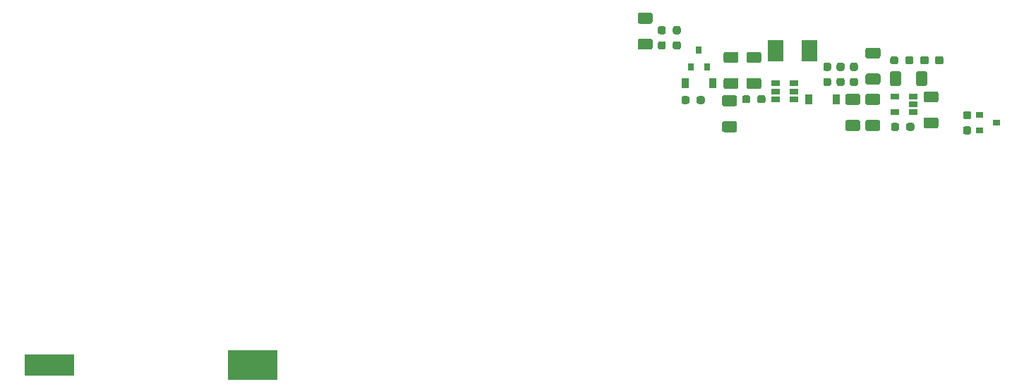
<source format=gbr>
%TF.GenerationSoftware,KiCad,Pcbnew,5.1.9*%
%TF.CreationDate,2021-01-24T16:08:06-08:00*%
%TF.ProjectId,TeensyDisplayShield,5465656e-7379-4446-9973-706c61795368,rev?*%
%TF.SameCoordinates,Original*%
%TF.FileFunction,Paste,Top*%
%TF.FilePolarity,Positive*%
%FSLAX46Y46*%
G04 Gerber Fmt 4.6, Leading zero omitted, Abs format (unit mm)*
G04 Created by KiCad (PCBNEW 5.1.9) date 2021-01-24 16:08:06*
%MOMM*%
%LPD*%
G01*
G04 APERTURE LIST*
%ADD10R,0.900000X1.200000*%
%ADD11R,1.060000X0.650000*%
%ADD12R,6.000000X2.600000*%
%ADD13R,6.000000X3.600000*%
%ADD14R,0.800000X0.900000*%
%ADD15R,1.900000X2.500000*%
%ADD16R,0.900000X0.800000*%
G04 APERTURE END LIST*
D10*
%TO.C,D2*%
X138500000Y-85580000D03*
X141800000Y-85580000D03*
%TD*%
%TO.C,D1*%
G36*
G01*
X167752000Y-82562500D02*
X167752000Y-83037500D01*
G75*
G02*
X167514500Y-83275000I-237500J0D01*
G01*
X166939500Y-83275000D01*
G75*
G02*
X166702000Y-83037500I0J237500D01*
G01*
X166702000Y-82562500D01*
G75*
G02*
X166939500Y-82325000I237500J0D01*
G01*
X167514500Y-82325000D01*
G75*
G02*
X167752000Y-82562500I0J-237500D01*
G01*
G37*
G36*
G01*
X169502000Y-82562500D02*
X169502000Y-83037500D01*
G75*
G02*
X169264500Y-83275000I-237500J0D01*
G01*
X168689500Y-83275000D01*
G75*
G02*
X168452000Y-83037500I0J237500D01*
G01*
X168452000Y-82562500D01*
G75*
G02*
X168689500Y-82325000I237500J0D01*
G01*
X169264500Y-82325000D01*
G75*
G02*
X169502000Y-82562500I0J-237500D01*
G01*
G37*
%TD*%
D11*
%TO.C,U1*%
X163702000Y-89050000D03*
X163702000Y-87150000D03*
X165902000Y-87150000D03*
X165902000Y-88100000D03*
X165902000Y-89050000D03*
%TD*%
%TO.C,R4*%
G36*
G01*
X146312500Y-87242500D02*
X146312500Y-87717500D01*
G75*
G02*
X146075000Y-87955000I-237500J0D01*
G01*
X145575000Y-87955000D01*
G75*
G02*
X145337500Y-87717500I0J237500D01*
G01*
X145337500Y-87242500D01*
G75*
G02*
X145575000Y-87005000I237500J0D01*
G01*
X146075000Y-87005000D01*
G75*
G02*
X146312500Y-87242500I0J-237500D01*
G01*
G37*
G36*
G01*
X148137500Y-87242500D02*
X148137500Y-87717500D01*
G75*
G02*
X147900000Y-87955000I-237500J0D01*
G01*
X147400000Y-87955000D01*
G75*
G02*
X147162500Y-87717500I0J237500D01*
G01*
X147162500Y-87242500D01*
G75*
G02*
X147400000Y-87005000I237500J0D01*
G01*
X147900000Y-87005000D01*
G75*
G02*
X148137500Y-87242500I0J-237500D01*
G01*
G37*
%TD*%
%TO.C,R5*%
G36*
G01*
X157387500Y-85892500D02*
X156912500Y-85892500D01*
G75*
G02*
X156675000Y-85655000I0J237500D01*
G01*
X156675000Y-85155000D01*
G75*
G02*
X156912500Y-84917500I237500J0D01*
G01*
X157387500Y-84917500D01*
G75*
G02*
X157625000Y-85155000I0J-237500D01*
G01*
X157625000Y-85655000D01*
G75*
G02*
X157387500Y-85892500I-237500J0D01*
G01*
G37*
G36*
G01*
X157387500Y-84067500D02*
X156912500Y-84067500D01*
G75*
G02*
X156675000Y-83830000I0J237500D01*
G01*
X156675000Y-83330000D01*
G75*
G02*
X156912500Y-83092500I237500J0D01*
G01*
X157387500Y-83092500D01*
G75*
G02*
X157625000Y-83330000I0J-237500D01*
G01*
X157625000Y-83830000D01*
G75*
G02*
X157387500Y-84067500I-237500J0D01*
G01*
G37*
%TD*%
%TO.C,R6*%
G36*
G01*
X155787500Y-84067500D02*
X155312500Y-84067500D01*
G75*
G02*
X155075000Y-83830000I0J237500D01*
G01*
X155075000Y-83330000D01*
G75*
G02*
X155312500Y-83092500I237500J0D01*
G01*
X155787500Y-83092500D01*
G75*
G02*
X156025000Y-83330000I0J-237500D01*
G01*
X156025000Y-83830000D01*
G75*
G02*
X155787500Y-84067500I-237500J0D01*
G01*
G37*
G36*
G01*
X155787500Y-85892500D02*
X155312500Y-85892500D01*
G75*
G02*
X155075000Y-85655000I0J237500D01*
G01*
X155075000Y-85155000D01*
G75*
G02*
X155312500Y-84917500I237500J0D01*
G01*
X155787500Y-84917500D01*
G75*
G02*
X156025000Y-85155000I0J-237500D01*
G01*
X156025000Y-85655000D01*
G75*
G02*
X155787500Y-85892500I-237500J0D01*
G01*
G37*
%TD*%
%TO.C,R7*%
G36*
G01*
X158987500Y-85892500D02*
X158512500Y-85892500D01*
G75*
G02*
X158275000Y-85655000I0J237500D01*
G01*
X158275000Y-85155000D01*
G75*
G02*
X158512500Y-84917500I237500J0D01*
G01*
X158987500Y-84917500D01*
G75*
G02*
X159225000Y-85155000I0J-237500D01*
G01*
X159225000Y-85655000D01*
G75*
G02*
X158987500Y-85892500I-237500J0D01*
G01*
G37*
G36*
G01*
X158987500Y-84067500D02*
X158512500Y-84067500D01*
G75*
G02*
X158275000Y-83830000I0J237500D01*
G01*
X158275000Y-83330000D01*
G75*
G02*
X158512500Y-83092500I237500J0D01*
G01*
X158987500Y-83092500D01*
G75*
G02*
X159225000Y-83330000I0J-237500D01*
G01*
X159225000Y-83830000D01*
G75*
G02*
X158987500Y-84067500I-237500J0D01*
G01*
G37*
%TD*%
%TO.C,U3*%
X151550000Y-87480000D03*
X151550000Y-86530000D03*
X151550000Y-85580000D03*
X149350000Y-85580000D03*
X149350000Y-87480000D03*
X149350000Y-86530000D03*
%TD*%
%TO.C,R3*%
G36*
G01*
X139875000Y-87817500D02*
X139875000Y-87342500D01*
G75*
G02*
X140112500Y-87105000I237500J0D01*
G01*
X140612500Y-87105000D01*
G75*
G02*
X140850000Y-87342500I0J-237500D01*
G01*
X140850000Y-87817500D01*
G75*
G02*
X140612500Y-88055000I-237500J0D01*
G01*
X140112500Y-88055000D01*
G75*
G02*
X139875000Y-87817500I0J237500D01*
G01*
G37*
G36*
G01*
X138050000Y-87817500D02*
X138050000Y-87342500D01*
G75*
G02*
X138287500Y-87105000I237500J0D01*
G01*
X138787500Y-87105000D01*
G75*
G02*
X139025000Y-87342500I0J-237500D01*
G01*
X139025000Y-87817500D01*
G75*
G02*
X138787500Y-88055000I-237500J0D01*
G01*
X138287500Y-88055000D01*
G75*
G02*
X138050000Y-87817500I0J237500D01*
G01*
G37*
%TD*%
%TO.C,R2*%
G36*
G01*
X164077000Y-82562500D02*
X164077000Y-83037500D01*
G75*
G02*
X163839500Y-83275000I-237500J0D01*
G01*
X163339500Y-83275000D01*
G75*
G02*
X163102000Y-83037500I0J237500D01*
G01*
X163102000Y-82562500D01*
G75*
G02*
X163339500Y-82325000I237500J0D01*
G01*
X163839500Y-82325000D01*
G75*
G02*
X164077000Y-82562500I0J-237500D01*
G01*
G37*
G36*
G01*
X165902000Y-82562500D02*
X165902000Y-83037500D01*
G75*
G02*
X165664500Y-83275000I-237500J0D01*
G01*
X165164500Y-83275000D01*
G75*
G02*
X164927000Y-83037500I0J237500D01*
G01*
X164927000Y-82562500D01*
G75*
G02*
X165164500Y-82325000I237500J0D01*
G01*
X165664500Y-82325000D01*
G75*
G02*
X165902000Y-82562500I0J-237500D01*
G01*
G37*
%TD*%
%TO.C,R1*%
G36*
G01*
X165027000Y-91037500D02*
X165027000Y-90562500D01*
G75*
G02*
X165264500Y-90325000I237500J0D01*
G01*
X165764500Y-90325000D01*
G75*
G02*
X166002000Y-90562500I0J-237500D01*
G01*
X166002000Y-91037500D01*
G75*
G02*
X165764500Y-91275000I-237500J0D01*
G01*
X165264500Y-91275000D01*
G75*
G02*
X165027000Y-91037500I0J237500D01*
G01*
G37*
G36*
G01*
X163202000Y-91037500D02*
X163202000Y-90562500D01*
G75*
G02*
X163439500Y-90325000I237500J0D01*
G01*
X163939500Y-90325000D01*
G75*
G02*
X164177000Y-90562500I0J-237500D01*
G01*
X164177000Y-91037500D01*
G75*
G02*
X163939500Y-91275000I-237500J0D01*
G01*
X163439500Y-91275000D01*
G75*
G02*
X163202000Y-91037500I0J237500D01*
G01*
G37*
%TD*%
%TO.C,R10*%
G36*
G01*
X135464500Y-80525000D02*
X135939500Y-80525000D01*
G75*
G02*
X136177000Y-80762500I0J-237500D01*
G01*
X136177000Y-81262500D01*
G75*
G02*
X135939500Y-81500000I-237500J0D01*
G01*
X135464500Y-81500000D01*
G75*
G02*
X135227000Y-81262500I0J237500D01*
G01*
X135227000Y-80762500D01*
G75*
G02*
X135464500Y-80525000I237500J0D01*
G01*
G37*
G36*
G01*
X135464500Y-78700000D02*
X135939500Y-78700000D01*
G75*
G02*
X136177000Y-78937500I0J-237500D01*
G01*
X136177000Y-79437500D01*
G75*
G02*
X135939500Y-79675000I-237500J0D01*
G01*
X135464500Y-79675000D01*
G75*
G02*
X135227000Y-79437500I0J237500D01*
G01*
X135227000Y-78937500D01*
G75*
G02*
X135464500Y-78700000I237500J0D01*
G01*
G37*
%TD*%
%TO.C,R9*%
G36*
G01*
X137739500Y-79675000D02*
X137264500Y-79675000D01*
G75*
G02*
X137027000Y-79437500I0J237500D01*
G01*
X137027000Y-78937500D01*
G75*
G02*
X137264500Y-78700000I237500J0D01*
G01*
X137739500Y-78700000D01*
G75*
G02*
X137977000Y-78937500I0J-237500D01*
G01*
X137977000Y-79437500D01*
G75*
G02*
X137739500Y-79675000I-237500J0D01*
G01*
G37*
G36*
G01*
X137739500Y-81500000D02*
X137264500Y-81500000D01*
G75*
G02*
X137027000Y-81262500I0J237500D01*
G01*
X137027000Y-80762500D01*
G75*
G02*
X137264500Y-80525000I237500J0D01*
G01*
X137739500Y-80525000D01*
G75*
G02*
X137977000Y-80762500I0J-237500D01*
G01*
X137977000Y-81262500D01*
G75*
G02*
X137739500Y-81500000I-237500J0D01*
G01*
G37*
%TD*%
D12*
%TO.C,BT1*%
X62230000Y-119380000D03*
D13*
X86630000Y-119380000D03*
%TD*%
D14*
%TO.C,Q1*%
X140150000Y-81580000D03*
X141100000Y-83580000D03*
X139200000Y-83580000D03*
%TD*%
D10*
%TO.C,D3*%
X156650000Y-87480000D03*
X153350000Y-87480000D03*
%TD*%
D15*
%TO.C,L1*%
X149350000Y-81680000D03*
X153450000Y-81680000D03*
%TD*%
%TO.C,C4*%
G36*
G01*
X144650003Y-83117500D02*
X143349997Y-83117500D01*
G75*
G02*
X143100000Y-82867503I0J249997D01*
G01*
X143100000Y-82042497D01*
G75*
G02*
X143349997Y-81792500I249997J0D01*
G01*
X144650003Y-81792500D01*
G75*
G02*
X144900000Y-82042497I0J-249997D01*
G01*
X144900000Y-82867503D01*
G75*
G02*
X144650003Y-83117500I-249997J0D01*
G01*
G37*
G36*
G01*
X144650003Y-86242500D02*
X143349997Y-86242500D01*
G75*
G02*
X143100000Y-85992503I0J249997D01*
G01*
X143100000Y-85167497D01*
G75*
G02*
X143349997Y-84917500I249997J0D01*
G01*
X144650003Y-84917500D01*
G75*
G02*
X144900000Y-85167497I0J-249997D01*
G01*
X144900000Y-85992503D01*
G75*
G02*
X144650003Y-86242500I-249997J0D01*
G01*
G37*
%TD*%
%TO.C,C5*%
G36*
G01*
X147400003Y-86242500D02*
X146099997Y-86242500D01*
G75*
G02*
X145850000Y-85992503I0J249997D01*
G01*
X145850000Y-85167497D01*
G75*
G02*
X146099997Y-84917500I249997J0D01*
G01*
X147400003Y-84917500D01*
G75*
G02*
X147650000Y-85167497I0J-249997D01*
G01*
X147650000Y-85992503D01*
G75*
G02*
X147400003Y-86242500I-249997J0D01*
G01*
G37*
G36*
G01*
X147400003Y-83117500D02*
X146099997Y-83117500D01*
G75*
G02*
X145850000Y-82867503I0J249997D01*
G01*
X145850000Y-82042497D01*
G75*
G02*
X146099997Y-81792500I249997J0D01*
G01*
X147400003Y-81792500D01*
G75*
G02*
X147650000Y-82042497I0J-249997D01*
G01*
X147650000Y-82867503D01*
G75*
G02*
X147400003Y-83117500I-249997J0D01*
G01*
G37*
%TD*%
%TO.C,C6*%
G36*
G01*
X157951997Y-89962500D02*
X159252003Y-89962500D01*
G75*
G02*
X159502000Y-90212497I0J-249997D01*
G01*
X159502000Y-91037503D01*
G75*
G02*
X159252003Y-91287500I-249997J0D01*
G01*
X157951997Y-91287500D01*
G75*
G02*
X157702000Y-91037503I0J249997D01*
G01*
X157702000Y-90212497D01*
G75*
G02*
X157951997Y-89962500I249997J0D01*
G01*
G37*
G36*
G01*
X157951997Y-86837500D02*
X159252003Y-86837500D01*
G75*
G02*
X159502000Y-87087497I0J-249997D01*
G01*
X159502000Y-87912503D01*
G75*
G02*
X159252003Y-88162500I-249997J0D01*
G01*
X157951997Y-88162500D01*
G75*
G02*
X157702000Y-87912503I0J249997D01*
G01*
X157702000Y-87087497D01*
G75*
G02*
X157951997Y-86837500I249997J0D01*
G01*
G37*
%TD*%
%TO.C,C7*%
G36*
G01*
X160351997Y-86837500D02*
X161652003Y-86837500D01*
G75*
G02*
X161902000Y-87087497I0J-249997D01*
G01*
X161902000Y-87912503D01*
G75*
G02*
X161652003Y-88162500I-249997J0D01*
G01*
X160351997Y-88162500D01*
G75*
G02*
X160102000Y-87912503I0J249997D01*
G01*
X160102000Y-87087497D01*
G75*
G02*
X160351997Y-86837500I249997J0D01*
G01*
G37*
G36*
G01*
X160351997Y-89962500D02*
X161652003Y-89962500D01*
G75*
G02*
X161902000Y-90212497I0J-249997D01*
G01*
X161902000Y-91037503D01*
G75*
G02*
X161652003Y-91287500I-249997J0D01*
G01*
X160351997Y-91287500D01*
G75*
G02*
X160102000Y-91037503I0J249997D01*
G01*
X160102000Y-90212497D01*
G75*
G02*
X160351997Y-89962500I249997J0D01*
G01*
G37*
%TD*%
%TO.C,C1*%
G36*
G01*
X164402000Y-84349997D02*
X164402000Y-85650003D01*
G75*
G02*
X164152003Y-85900000I-249997J0D01*
G01*
X163326997Y-85900000D01*
G75*
G02*
X163077000Y-85650003I0J249997D01*
G01*
X163077000Y-84349997D01*
G75*
G02*
X163326997Y-84100000I249997J0D01*
G01*
X164152003Y-84100000D01*
G75*
G02*
X164402000Y-84349997I0J-249997D01*
G01*
G37*
G36*
G01*
X167527000Y-84349997D02*
X167527000Y-85650003D01*
G75*
G02*
X167277003Y-85900000I-249997J0D01*
G01*
X166451997Y-85900000D01*
G75*
G02*
X166202000Y-85650003I0J249997D01*
G01*
X166202000Y-84349997D01*
G75*
G02*
X166451997Y-84100000I249997J0D01*
G01*
X167277003Y-84100000D01*
G75*
G02*
X167527000Y-84349997I0J-249997D01*
G01*
G37*
%TD*%
%TO.C,C2*%
G36*
G01*
X167351997Y-86537500D02*
X168652003Y-86537500D01*
G75*
G02*
X168902000Y-86787497I0J-249997D01*
G01*
X168902000Y-87612503D01*
G75*
G02*
X168652003Y-87862500I-249997J0D01*
G01*
X167351997Y-87862500D01*
G75*
G02*
X167102000Y-87612503I0J249997D01*
G01*
X167102000Y-86787497D01*
G75*
G02*
X167351997Y-86537500I249997J0D01*
G01*
G37*
G36*
G01*
X167351997Y-89662500D02*
X168652003Y-89662500D01*
G75*
G02*
X168902000Y-89912497I0J-249997D01*
G01*
X168902000Y-90737503D01*
G75*
G02*
X168652003Y-90987500I-249997J0D01*
G01*
X167351997Y-90987500D01*
G75*
G02*
X167102000Y-90737503I0J249997D01*
G01*
X167102000Y-89912497D01*
G75*
G02*
X167351997Y-89662500I249997J0D01*
G01*
G37*
%TD*%
D16*
%TO.C,Q2*%
X173832000Y-89360000D03*
X173832000Y-91260000D03*
X175832000Y-90310000D03*
%TD*%
%TO.C,R8*%
G36*
G01*
X172094500Y-88910000D02*
X172569500Y-88910000D01*
G75*
G02*
X172807000Y-89147500I0J-237500D01*
G01*
X172807000Y-89647500D01*
G75*
G02*
X172569500Y-89885000I-237500J0D01*
G01*
X172094500Y-89885000D01*
G75*
G02*
X171857000Y-89647500I0J237500D01*
G01*
X171857000Y-89147500D01*
G75*
G02*
X172094500Y-88910000I237500J0D01*
G01*
G37*
G36*
G01*
X172094500Y-90735000D02*
X172569500Y-90735000D01*
G75*
G02*
X172807000Y-90972500I0J-237500D01*
G01*
X172807000Y-91472500D01*
G75*
G02*
X172569500Y-91710000I-237500J0D01*
G01*
X172094500Y-91710000D01*
G75*
G02*
X171857000Y-91472500I0J237500D01*
G01*
X171857000Y-90972500D01*
G75*
G02*
X172094500Y-90735000I237500J0D01*
G01*
G37*
%TD*%
%TO.C,C3*%
G36*
G01*
X143181997Y-90122500D02*
X144482003Y-90122500D01*
G75*
G02*
X144732000Y-90372497I0J-249997D01*
G01*
X144732000Y-91197503D01*
G75*
G02*
X144482003Y-91447500I-249997J0D01*
G01*
X143181997Y-91447500D01*
G75*
G02*
X142932000Y-91197503I0J249997D01*
G01*
X142932000Y-90372497D01*
G75*
G02*
X143181997Y-90122500I249997J0D01*
G01*
G37*
G36*
G01*
X143181997Y-86997500D02*
X144482003Y-86997500D01*
G75*
G02*
X144732000Y-87247497I0J-249997D01*
G01*
X144732000Y-88072503D01*
G75*
G02*
X144482003Y-88322500I-249997J0D01*
G01*
X143181997Y-88322500D01*
G75*
G02*
X142932000Y-88072503I0J249997D01*
G01*
X142932000Y-87247497D01*
G75*
G02*
X143181997Y-86997500I249997J0D01*
G01*
G37*
%TD*%
%TO.C,C8*%
G36*
G01*
X161682003Y-85722500D02*
X160381997Y-85722500D01*
G75*
G02*
X160132000Y-85472503I0J249997D01*
G01*
X160132000Y-84647497D01*
G75*
G02*
X160381997Y-84397500I249997J0D01*
G01*
X161682003Y-84397500D01*
G75*
G02*
X161932000Y-84647497I0J-249997D01*
G01*
X161932000Y-85472503D01*
G75*
G02*
X161682003Y-85722500I-249997J0D01*
G01*
G37*
G36*
G01*
X161682003Y-82597500D02*
X160381997Y-82597500D01*
G75*
G02*
X160132000Y-82347503I0J249997D01*
G01*
X160132000Y-81522497D01*
G75*
G02*
X160381997Y-81272500I249997J0D01*
G01*
X161682003Y-81272500D01*
G75*
G02*
X161932000Y-81522497I0J-249997D01*
G01*
X161932000Y-82347503D01*
G75*
G02*
X161682003Y-82597500I-249997J0D01*
G01*
G37*
%TD*%
%TO.C,C9*%
G36*
G01*
X133049997Y-77075000D02*
X134350003Y-77075000D01*
G75*
G02*
X134600000Y-77324997I0J-249997D01*
G01*
X134600000Y-78150003D01*
G75*
G02*
X134350003Y-78400000I-249997J0D01*
G01*
X133049997Y-78400000D01*
G75*
G02*
X132800000Y-78150003I0J249997D01*
G01*
X132800000Y-77324997D01*
G75*
G02*
X133049997Y-77075000I249997J0D01*
G01*
G37*
G36*
G01*
X133049997Y-80200000D02*
X134350003Y-80200000D01*
G75*
G02*
X134600000Y-80449997I0J-249997D01*
G01*
X134600000Y-81275003D01*
G75*
G02*
X134350003Y-81525000I-249997J0D01*
G01*
X133049997Y-81525000D01*
G75*
G02*
X132800000Y-81275003I0J249997D01*
G01*
X132800000Y-80449997D01*
G75*
G02*
X133049997Y-80200000I249997J0D01*
G01*
G37*
%TD*%
M02*

</source>
